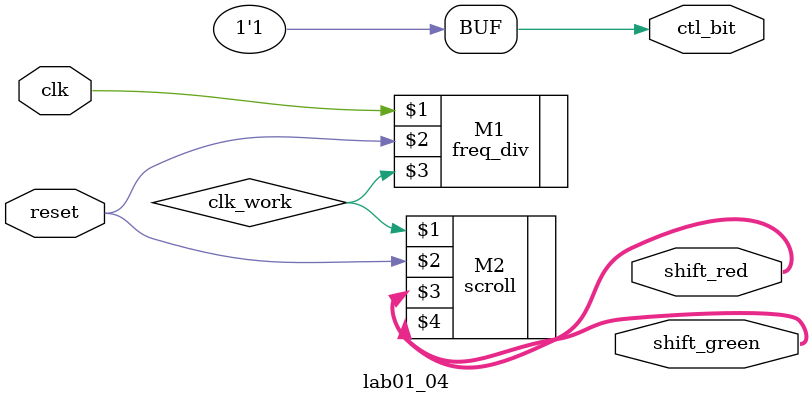
<source format=v>
module lab01_04 (clk, reset, shift_red,shift_green, ctl_bit);
input 	clk; 	 // pin W16
input 	reset; 	 // pin C16
output	[7:0]shift_red; 
// pin D7, D6, A9, C9, A8, C8, C11, B11 
output	[7:0]shift_green;
// pin A10, B10, A13, A12, B12, D12, A15, A14
output 	ctl_bit; 	// pin T22
assign 	ctl_bit= 1'b1;
freq_div#(20)M1 (clk, reset, clk_work); 
scroll M2 (clk_work, reset, shift_red,shift_green);
endmodule
</source>
